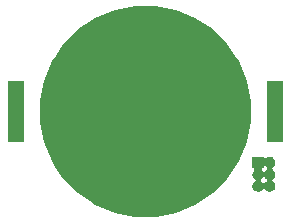
<source format=gbr>
G04 #@! TF.GenerationSoftware,KiCad,Pcbnew,(5.1.5)-3*
G04 #@! TF.CreationDate,2020-12-31T17:50:50-05:00*
G04 #@! TF.ProjectId,Ring Watch V1,52696e67-2057-4617-9463-682056312e6b,rev?*
G04 #@! TF.SameCoordinates,Original*
G04 #@! TF.FileFunction,Soldermask,Bot*
G04 #@! TF.FilePolarity,Negative*
%FSLAX46Y46*%
G04 Gerber Fmt 4.6, Leading zero omitted, Abs format (unit mm)*
G04 Created by KiCad (PCBNEW (5.1.5)-3) date 2020-12-31 17:50:50*
%MOMM*%
%LPD*%
G04 APERTURE LIST*
%ADD10C,0.100000*%
G04 APERTURE END LIST*
D10*
G36*
X101035909Y-99342981D02*
G01*
X102664887Y-100017726D01*
X102664888Y-100017727D01*
X104130930Y-100997304D01*
X105377696Y-102244070D01*
X106032228Y-103223648D01*
X106357274Y-103710113D01*
X107032019Y-105339091D01*
X107376000Y-107068402D01*
X107376000Y-108831598D01*
X107032019Y-110560909D01*
X106357274Y-112189887D01*
X106050174Y-112649494D01*
X105377696Y-113655930D01*
X104130930Y-114902696D01*
X103151352Y-115557228D01*
X102664887Y-115882274D01*
X101035909Y-116557019D01*
X99306598Y-116901000D01*
X97543402Y-116901000D01*
X95814091Y-116557019D01*
X94185113Y-115882274D01*
X93698648Y-115557228D01*
X92719070Y-114902696D01*
X91472304Y-113655930D01*
X90799826Y-112649494D01*
X90492726Y-112189887D01*
X89817981Y-110560909D01*
X89474000Y-108831598D01*
X89474000Y-107068402D01*
X89817981Y-105339091D01*
X90492726Y-103710113D01*
X90817772Y-103223648D01*
X91472304Y-102244070D01*
X92719070Y-100997304D01*
X94185112Y-100017727D01*
X94185113Y-100017726D01*
X95814091Y-99342981D01*
X97543402Y-98999000D01*
X99306598Y-98999000D01*
X101035909Y-99342981D01*
G37*
G36*
X108442000Y-111817060D02*
G01*
X108444402Y-111841446D01*
X108451515Y-111864895D01*
X108463066Y-111886506D01*
X108478611Y-111905448D01*
X108497553Y-111920993D01*
X108519164Y-111932544D01*
X108542613Y-111939657D01*
X108566999Y-111942059D01*
X108591385Y-111939657D01*
X108614834Y-111932544D01*
X108636445Y-111920993D01*
X108655387Y-111905448D01*
X108662568Y-111898267D01*
X108740530Y-111846174D01*
X108776412Y-111831311D01*
X108827157Y-111810292D01*
X108919117Y-111792000D01*
X109012883Y-111792000D01*
X109104843Y-111810292D01*
X109155588Y-111831311D01*
X109191470Y-111846174D01*
X109269432Y-111898267D01*
X109335733Y-111964568D01*
X109387826Y-112042530D01*
X109387826Y-112042531D01*
X109423708Y-112129157D01*
X109442000Y-112221117D01*
X109442000Y-112314883D01*
X109423708Y-112406843D01*
X109402689Y-112457588D01*
X109387826Y-112493470D01*
X109335733Y-112571432D01*
X109269430Y-112637735D01*
X109230021Y-112664067D01*
X109211079Y-112679612D01*
X109195534Y-112698554D01*
X109183982Y-112720164D01*
X109176869Y-112743613D01*
X109174467Y-112767999D01*
X109176869Y-112792385D01*
X109183982Y-112815834D01*
X109195533Y-112837445D01*
X109211078Y-112856387D01*
X109230021Y-112871933D01*
X109269430Y-112898265D01*
X109335733Y-112964568D01*
X109387826Y-113042530D01*
X109393874Y-113057131D01*
X109423708Y-113129157D01*
X109442000Y-113221117D01*
X109442000Y-113314883D01*
X109423708Y-113406843D01*
X109402689Y-113457588D01*
X109387826Y-113493470D01*
X109335734Y-113571430D01*
X109335733Y-113571432D01*
X109269430Y-113637735D01*
X109230021Y-113664067D01*
X109211079Y-113679612D01*
X109195534Y-113698554D01*
X109183982Y-113720164D01*
X109176869Y-113743613D01*
X109174467Y-113767999D01*
X109176869Y-113792385D01*
X109183982Y-113815834D01*
X109195533Y-113837445D01*
X109211078Y-113856387D01*
X109230021Y-113871933D01*
X109269430Y-113898265D01*
X109335733Y-113964568D01*
X109387826Y-114042530D01*
X109393874Y-114057131D01*
X109423708Y-114129157D01*
X109442000Y-114221117D01*
X109442000Y-114314883D01*
X109423708Y-114406843D01*
X109402689Y-114457588D01*
X109387826Y-114493470D01*
X109335733Y-114571432D01*
X109269432Y-114637733D01*
X109191470Y-114689826D01*
X109155588Y-114704689D01*
X109104843Y-114725708D01*
X109012883Y-114744000D01*
X108919117Y-114744000D01*
X108827157Y-114725708D01*
X108776412Y-114704689D01*
X108740530Y-114689826D01*
X108662568Y-114637733D01*
X108596265Y-114571430D01*
X108569933Y-114532021D01*
X108554388Y-114513079D01*
X108535446Y-114497534D01*
X108513836Y-114485982D01*
X108490387Y-114478869D01*
X108466001Y-114476467D01*
X108441615Y-114478869D01*
X108418166Y-114485982D01*
X108396555Y-114497533D01*
X108377613Y-114513078D01*
X108362067Y-114532021D01*
X108335735Y-114571430D01*
X108269432Y-114637733D01*
X108191470Y-114689826D01*
X108155588Y-114704689D01*
X108104843Y-114725708D01*
X108012883Y-114744000D01*
X107919117Y-114744000D01*
X107827157Y-114725708D01*
X107776412Y-114704689D01*
X107740530Y-114689826D01*
X107662568Y-114637733D01*
X107596267Y-114571432D01*
X107544174Y-114493470D01*
X107529311Y-114457588D01*
X107508292Y-114406843D01*
X107490000Y-114314883D01*
X107490000Y-114221117D01*
X107508292Y-114129157D01*
X107538126Y-114057131D01*
X107544174Y-114042530D01*
X107596267Y-113964568D01*
X107662570Y-113898265D01*
X107701979Y-113871933D01*
X107720921Y-113856388D01*
X107736466Y-113837446D01*
X107748018Y-113815836D01*
X107755131Y-113792387D01*
X107757533Y-113768001D01*
X107757533Y-113767999D01*
X108174467Y-113767999D01*
X108176869Y-113792385D01*
X108183982Y-113815834D01*
X108195533Y-113837445D01*
X108211078Y-113856387D01*
X108230021Y-113871933D01*
X108269430Y-113898265D01*
X108335735Y-113964570D01*
X108362067Y-114003979D01*
X108377612Y-114022921D01*
X108396554Y-114038466D01*
X108418164Y-114050018D01*
X108441613Y-114057131D01*
X108465999Y-114059533D01*
X108490385Y-114057131D01*
X108513834Y-114050018D01*
X108535445Y-114038467D01*
X108554387Y-114022922D01*
X108569933Y-114003979D01*
X108596265Y-113964570D01*
X108662570Y-113898265D01*
X108701979Y-113871933D01*
X108720921Y-113856388D01*
X108736466Y-113837446D01*
X108748018Y-113815836D01*
X108755131Y-113792387D01*
X108757533Y-113768001D01*
X108755131Y-113743615D01*
X108748018Y-113720166D01*
X108736467Y-113698555D01*
X108720922Y-113679613D01*
X108701979Y-113664067D01*
X108662570Y-113637735D01*
X108596265Y-113571430D01*
X108569933Y-113532021D01*
X108554388Y-113513079D01*
X108535446Y-113497534D01*
X108513836Y-113485982D01*
X108490387Y-113478869D01*
X108466001Y-113476467D01*
X108441615Y-113478869D01*
X108418166Y-113485982D01*
X108396555Y-113497533D01*
X108377613Y-113513078D01*
X108362067Y-113532021D01*
X108335735Y-113571430D01*
X108269430Y-113637735D01*
X108230021Y-113664067D01*
X108211079Y-113679612D01*
X108195534Y-113698554D01*
X108183982Y-113720164D01*
X108176869Y-113743613D01*
X108174467Y-113767999D01*
X107757533Y-113767999D01*
X107755131Y-113743615D01*
X107748018Y-113720166D01*
X107736467Y-113698555D01*
X107720922Y-113679613D01*
X107701979Y-113664067D01*
X107662570Y-113637735D01*
X107596267Y-113571432D01*
X107596266Y-113571430D01*
X107544174Y-113493470D01*
X107529311Y-113457588D01*
X107508292Y-113406843D01*
X107490000Y-113314883D01*
X107490000Y-113221117D01*
X107508292Y-113129157D01*
X107538126Y-113057131D01*
X107544174Y-113042530D01*
X107596267Y-112964568D01*
X107603448Y-112957387D01*
X107618993Y-112938445D01*
X107630544Y-112916834D01*
X107637657Y-112893385D01*
X107640059Y-112868999D01*
X108291941Y-112868999D01*
X108294343Y-112893385D01*
X108301456Y-112916834D01*
X108313007Y-112938445D01*
X108328552Y-112957387D01*
X108335735Y-112964570D01*
X108362067Y-113003979D01*
X108377612Y-113022921D01*
X108396554Y-113038466D01*
X108418164Y-113050018D01*
X108441613Y-113057131D01*
X108465999Y-113059533D01*
X108490385Y-113057131D01*
X108513834Y-113050018D01*
X108535445Y-113038467D01*
X108554387Y-113022922D01*
X108569933Y-113003979D01*
X108596265Y-112964570D01*
X108603448Y-112957387D01*
X108618993Y-112938445D01*
X108625072Y-112927072D01*
X108636445Y-112920993D01*
X108655387Y-112905448D01*
X108662570Y-112898265D01*
X108701979Y-112871933D01*
X108720921Y-112856388D01*
X108736466Y-112837446D01*
X108748018Y-112815836D01*
X108755131Y-112792387D01*
X108757533Y-112768001D01*
X108755131Y-112743615D01*
X108748018Y-112720166D01*
X108736467Y-112698555D01*
X108720922Y-112679613D01*
X108701979Y-112664067D01*
X108662570Y-112637735D01*
X108655387Y-112630552D01*
X108636445Y-112615007D01*
X108614834Y-112603456D01*
X108591385Y-112596343D01*
X108566999Y-112593941D01*
X108542613Y-112596343D01*
X108519164Y-112603456D01*
X108497553Y-112615007D01*
X108478611Y-112630552D01*
X108463066Y-112649494D01*
X108451515Y-112671105D01*
X108444402Y-112694554D01*
X108442000Y-112718940D01*
X108442000Y-112744000D01*
X108416940Y-112744000D01*
X108392554Y-112746402D01*
X108369105Y-112753515D01*
X108347494Y-112765066D01*
X108328552Y-112780611D01*
X108313007Y-112799553D01*
X108301456Y-112821164D01*
X108294343Y-112844613D01*
X108291941Y-112868999D01*
X107640059Y-112868999D01*
X107637657Y-112844613D01*
X107630544Y-112821164D01*
X107618993Y-112799553D01*
X107603448Y-112780611D01*
X107584506Y-112765066D01*
X107562895Y-112753515D01*
X107539446Y-112746402D01*
X107515060Y-112744000D01*
X107490000Y-112744000D01*
X107490000Y-111792000D01*
X108442000Y-111792000D01*
X108442000Y-111817060D01*
G37*
G36*
X110096000Y-110541000D02*
G01*
X108724000Y-110541000D01*
X108724000Y-105359000D01*
X110096000Y-105359000D01*
X110096000Y-110541000D01*
G37*
G36*
X88126000Y-110541000D02*
G01*
X86754000Y-110541000D01*
X86754000Y-105359000D01*
X88126000Y-105359000D01*
X88126000Y-110541000D01*
G37*
M02*

</source>
